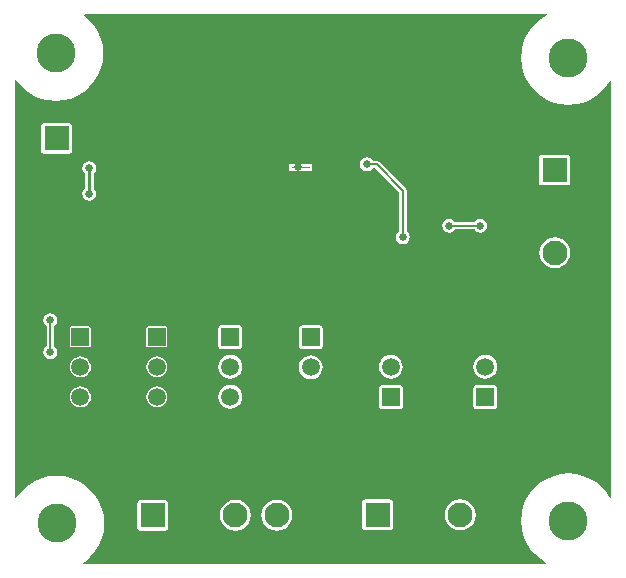
<source format=gbl>
G04 Layer_Physical_Order=2*
G04 Layer_Color=16711680*
%FSLAX44Y44*%
%MOMM*%
G71*
G01*
G75*
%ADD19C,0.2540*%
%ADD20C,0.1270*%
%ADD21C,3.3000*%
%ADD22C,2.1000*%
%ADD23R,2.1000X2.1000*%
%ADD24R,2.1000X2.1000*%
%ADD25R,1.5000X1.5000*%
%ADD26C,1.5000*%
%ADD27C,0.6604*%
%ADD28C,0.0254*%
G36*
X662114Y1146254D02*
X661664Y1146068D01*
X656285Y1142772D01*
X651488Y1138674D01*
X647390Y1133877D01*
X644094Y1128498D01*
X641680Y1122670D01*
X640207Y1116535D01*
X639712Y1110246D01*
X640207Y1103957D01*
X641680Y1097822D01*
X644094Y1091994D01*
X647390Y1086615D01*
X651488Y1081817D01*
X656285Y1077720D01*
X661664Y1074424D01*
X667492Y1072010D01*
X673627Y1070537D01*
X679916Y1070042D01*
X686205Y1070537D01*
X692340Y1072010D01*
X698168Y1074424D01*
X703547Y1077720D01*
X708344Y1081817D01*
X712442Y1086615D01*
X714980Y1090757D01*
X716250Y1090399D01*
Y737843D01*
X714980Y737485D01*
X712442Y741627D01*
X708344Y746424D01*
X703547Y750522D01*
X698168Y753818D01*
X692340Y756232D01*
X686205Y757705D01*
X679916Y758200D01*
X673627Y757705D01*
X667492Y756232D01*
X661664Y753818D01*
X656285Y750522D01*
X651488Y746424D01*
X647390Y741627D01*
X644094Y736248D01*
X641680Y730420D01*
X640207Y724285D01*
X639712Y717996D01*
X640207Y711707D01*
X641680Y705572D01*
X644094Y699744D01*
X647390Y694365D01*
X651488Y689568D01*
X656285Y685470D01*
X661099Y682520D01*
X660741Y681250D01*
X269013D01*
X268669Y682472D01*
X270297Y683470D01*
X275095Y687568D01*
X279192Y692365D01*
X282488Y697744D01*
X284902Y703572D01*
X286375Y709707D01*
X286870Y715996D01*
X286375Y722285D01*
X284902Y728420D01*
X282488Y734248D01*
X279192Y739627D01*
X275095Y744425D01*
X270297Y748522D01*
X264918Y751818D01*
X259090Y754232D01*
X252955Y755705D01*
X246666Y756200D01*
X240377Y755705D01*
X234242Y754232D01*
X228414Y751818D01*
X223035Y748522D01*
X218237Y744425D01*
X214140Y739627D01*
X212472Y736905D01*
X211250Y737250D01*
Y1091268D01*
X212472Y1091613D01*
X213390Y1090115D01*
X217488Y1085318D01*
X222285Y1081220D01*
X227664Y1077924D01*
X233492Y1075510D01*
X239627Y1074037D01*
X245916Y1073542D01*
X252205Y1074037D01*
X258340Y1075510D01*
X264168Y1077924D01*
X269547Y1081220D01*
X274345Y1085318D01*
X278442Y1090115D01*
X281738Y1095494D01*
X284152Y1101322D01*
X285625Y1107457D01*
X286120Y1113746D01*
X285625Y1120035D01*
X284152Y1126170D01*
X281738Y1131998D01*
X278442Y1137377D01*
X274345Y1142175D01*
X269596Y1146230D01*
X269593Y1146350D01*
X270166Y1147500D01*
X661866D01*
X662114Y1146254D01*
D02*
G37*
%LPC*%
G36*
X331470Y831806D02*
X329181Y831504D01*
X327047Y830621D01*
X325215Y829215D01*
X323809Y827383D01*
X322926Y825249D01*
X322624Y822960D01*
X322926Y820671D01*
X323809Y818537D01*
X325215Y816705D01*
X327047Y815299D01*
X329181Y814416D01*
X331470Y814114D01*
X333759Y814416D01*
X335893Y815299D01*
X337725Y816705D01*
X339131Y818537D01*
X340014Y820671D01*
X340316Y822960D01*
X340014Y825249D01*
X339131Y827383D01*
X337725Y829215D01*
X335893Y830621D01*
X333759Y831504D01*
X331470Y831806D01*
D02*
G37*
G36*
X266700D02*
X264411Y831504D01*
X262277Y830621D01*
X260445Y829215D01*
X259039Y827383D01*
X258156Y825249D01*
X257854Y822960D01*
X258156Y820671D01*
X259039Y818537D01*
X260445Y816705D01*
X262277Y815299D01*
X264411Y814416D01*
X266700Y814114D01*
X268989Y814416D01*
X271123Y815299D01*
X272955Y816705D01*
X274361Y818537D01*
X275244Y820671D01*
X275546Y822960D01*
X275244Y825249D01*
X274361Y827383D01*
X272955Y829215D01*
X271123Y830621D01*
X268989Y831504D01*
X266700Y831806D01*
D02*
G37*
G36*
X617100Y833050D02*
X602100D01*
X601109Y832853D01*
X600269Y832291D01*
X599707Y831451D01*
X599510Y830460D01*
Y815460D01*
X599707Y814469D01*
X600269Y813629D01*
X601109Y813067D01*
X602100Y812870D01*
X617100D01*
X618091Y813067D01*
X618931Y813629D01*
X619493Y814469D01*
X619690Y815460D01*
Y830460D01*
X619493Y831451D01*
X618931Y832291D01*
X618091Y832853D01*
X617100Y833050D01*
D02*
G37*
G36*
X461750Y858127D02*
X459129Y857782D01*
X456687Y856770D01*
X454589Y855161D01*
X452980Y853063D01*
X451968Y850621D01*
X451623Y848000D01*
X451968Y845379D01*
X452980Y842937D01*
X454589Y840839D01*
X456687Y839230D01*
X459129Y838218D01*
X461750Y837873D01*
X464371Y838218D01*
X466813Y839230D01*
X468911Y840839D01*
X470520Y842937D01*
X471532Y845379D01*
X471877Y848000D01*
X471532Y850621D01*
X470520Y853063D01*
X468911Y855161D01*
X466813Y856770D01*
X464371Y857782D01*
X461750Y858127D01*
D02*
G37*
G36*
X609600Y858487D02*
X606979Y858142D01*
X604537Y857130D01*
X602439Y855521D01*
X600830Y853423D01*
X599818Y850981D01*
X599473Y848360D01*
X599818Y845739D01*
X600830Y843297D01*
X602439Y841199D01*
X604537Y839590D01*
X606979Y838578D01*
X609600Y838233D01*
X612221Y838578D01*
X614663Y839590D01*
X616761Y841199D01*
X618370Y843297D01*
X619382Y845739D01*
X619727Y848360D01*
X619382Y850981D01*
X618370Y853423D01*
X616761Y855521D01*
X614663Y857130D01*
X612221Y858142D01*
X609600Y858487D01*
D02*
G37*
G36*
X529590D02*
X526969Y858142D01*
X524527Y857130D01*
X522429Y855521D01*
X520820Y853423D01*
X519808Y850981D01*
X519463Y848360D01*
X519808Y845739D01*
X520820Y843297D01*
X522429Y841199D01*
X524527Y839590D01*
X526969Y838578D01*
X529590Y838233D01*
X532211Y838578D01*
X534653Y839590D01*
X536751Y841199D01*
X538360Y843297D01*
X539372Y845739D01*
X539717Y848360D01*
X539372Y850981D01*
X538360Y853423D01*
X536751Y855521D01*
X534653Y857130D01*
X532211Y858142D01*
X529590Y858487D01*
D02*
G37*
G36*
X393700D02*
X391079Y858142D01*
X388637Y857130D01*
X386539Y855521D01*
X384930Y853423D01*
X383918Y850981D01*
X383573Y848360D01*
X383918Y845739D01*
X384930Y843297D01*
X386539Y841199D01*
X388637Y839590D01*
X391079Y838578D01*
X393700Y838233D01*
X396321Y838578D01*
X398763Y839590D01*
X400861Y841199D01*
X402470Y843297D01*
X403482Y845739D01*
X403827Y848360D01*
X403482Y850981D01*
X402470Y853423D01*
X400861Y855521D01*
X398763Y857130D01*
X396321Y858142D01*
X393700Y858487D01*
D02*
G37*
G36*
X338500Y735840D02*
X317500D01*
X316509Y735643D01*
X315669Y735081D01*
X315107Y734241D01*
X314910Y733250D01*
Y712250D01*
X315107Y711259D01*
X315669Y710419D01*
X316509Y709857D01*
X317500Y709660D01*
X338500D01*
X339491Y709857D01*
X340331Y710419D01*
X340893Y711259D01*
X341090Y712250D01*
Y733250D01*
X340893Y734241D01*
X340331Y735081D01*
X339491Y735643D01*
X338500Y735840D01*
D02*
G37*
G36*
X433000Y735902D02*
X429596Y735454D01*
X426424Y734140D01*
X423700Y732050D01*
X421610Y729326D01*
X420296Y726154D01*
X419847Y722750D01*
X420296Y719346D01*
X421610Y716174D01*
X423700Y713450D01*
X426424Y711360D01*
X429596Y710046D01*
X433000Y709597D01*
X436404Y710046D01*
X439576Y711360D01*
X442300Y713450D01*
X444390Y716174D01*
X445704Y719346D01*
X446152Y722750D01*
X445704Y726154D01*
X444390Y729326D01*
X442300Y732050D01*
X439576Y734140D01*
X436404Y735454D01*
X433000Y735902D01*
D02*
G37*
G36*
X398000D02*
X394596Y735454D01*
X391424Y734140D01*
X388700Y732050D01*
X386610Y729326D01*
X385296Y726154D01*
X384847Y722750D01*
X385296Y719346D01*
X386610Y716174D01*
X388700Y713450D01*
X391424Y711360D01*
X394596Y710046D01*
X398000Y709597D01*
X401404Y710046D01*
X404576Y711360D01*
X407300Y713450D01*
X409390Y716174D01*
X410704Y719346D01*
X411152Y722750D01*
X410704Y726154D01*
X409390Y729326D01*
X407300Y732050D01*
X404576Y734140D01*
X401404Y735454D01*
X398000Y735902D01*
D02*
G37*
G36*
X588252Y736155D02*
X584847Y735706D01*
X581675Y734392D01*
X578951Y732302D01*
X576861Y729578D01*
X575547Y726406D01*
X575099Y723002D01*
X575547Y719598D01*
X576861Y716426D01*
X578951Y713702D01*
X581675Y711612D01*
X584847Y710298D01*
X588252Y709849D01*
X591656Y710298D01*
X594828Y711612D01*
X597552Y713702D01*
X599642Y716426D01*
X600956Y719598D01*
X601404Y723002D01*
X600956Y726406D01*
X599642Y729578D01*
X597552Y732302D01*
X594828Y734392D01*
X591656Y735706D01*
X588252Y736155D01*
D02*
G37*
G36*
X537090Y833050D02*
X522090D01*
X521099Y832853D01*
X520259Y832291D01*
X519697Y831451D01*
X519500Y830460D01*
Y815460D01*
X519697Y814469D01*
X520259Y813629D01*
X521099Y813067D01*
X522090Y812870D01*
X537090D01*
X538081Y813067D01*
X538921Y813629D01*
X539483Y814469D01*
X539680Y815460D01*
Y830460D01*
X539483Y831451D01*
X538921Y832291D01*
X538081Y832853D01*
X537090Y833050D01*
D02*
G37*
G36*
X393700Y833087D02*
X391079Y832742D01*
X388637Y831730D01*
X386539Y830121D01*
X384930Y828023D01*
X383918Y825581D01*
X383573Y822960D01*
X383918Y820339D01*
X384930Y817897D01*
X386539Y815799D01*
X388637Y814190D01*
X391079Y813178D01*
X393700Y812833D01*
X396321Y813178D01*
X398763Y814190D01*
X400861Y815799D01*
X402470Y817897D01*
X403482Y820339D01*
X403827Y822960D01*
X403482Y825581D01*
X402470Y828023D01*
X400861Y830121D01*
X398763Y831730D01*
X396321Y832742D01*
X393700Y833087D01*
D02*
G37*
G36*
X528752Y736092D02*
X507752D01*
X506761Y735895D01*
X505920Y735333D01*
X505359Y734493D01*
X505162Y733502D01*
Y712502D01*
X505359Y711511D01*
X505920Y710671D01*
X506761Y710109D01*
X507752Y709912D01*
X528752D01*
X529743Y710109D01*
X530583Y710671D01*
X531144Y711511D01*
X531341Y712502D01*
Y733502D01*
X531144Y734493D01*
X530583Y735333D01*
X529743Y735895D01*
X528752Y736092D01*
D02*
G37*
G36*
X605250Y973956D02*
X602971Y973503D01*
X601038Y972212D01*
X600387Y971237D01*
X583863D01*
X583212Y972212D01*
X581279Y973503D01*
X579000Y973956D01*
X576721Y973503D01*
X574788Y972212D01*
X573497Y970279D01*
X573044Y968000D01*
X573497Y965721D01*
X574788Y963788D01*
X576721Y962497D01*
X579000Y962044D01*
X581279Y962497D01*
X583212Y963788D01*
X583863Y964763D01*
X600387D01*
X601038Y963788D01*
X602971Y962497D01*
X605250Y962044D01*
X607529Y962497D01*
X609462Y963788D01*
X610753Y965721D01*
X611206Y968000D01*
X610753Y970279D01*
X609462Y972212D01*
X607529Y973503D01*
X605250Y973956D01*
D02*
G37*
G36*
X509230Y1025726D02*
X506951Y1025273D01*
X505018Y1023982D01*
X503727Y1022049D01*
X503274Y1019770D01*
X503727Y1017490D01*
X505018Y1015558D01*
X506951Y1014267D01*
X509230Y1013813D01*
X511510Y1014267D01*
X513442Y1015558D01*
X514093Y1016533D01*
X516139D01*
X536513Y996159D01*
Y963113D01*
X535538Y962462D01*
X534247Y960529D01*
X533793Y958250D01*
X534247Y955971D01*
X535538Y954038D01*
X537471Y952747D01*
X539750Y952293D01*
X542029Y952747D01*
X543962Y954038D01*
X545253Y955971D01*
X545706Y958250D01*
X545253Y960529D01*
X543962Y962462D01*
X542987Y963113D01*
Y997500D01*
X542741Y998739D01*
X542039Y999789D01*
X519769Y1022059D01*
X518719Y1022761D01*
X517480Y1023007D01*
X514093D01*
X513442Y1023982D01*
X511510Y1025273D01*
X509230Y1025726D01*
D02*
G37*
G36*
X668250Y958152D02*
X664846Y957704D01*
X661674Y956390D01*
X658950Y954300D01*
X656860Y951576D01*
X655546Y948404D01*
X655098Y945000D01*
X655546Y941596D01*
X656860Y938424D01*
X658950Y935700D01*
X661674Y933610D01*
X664846Y932296D01*
X668250Y931848D01*
X671654Y932296D01*
X674826Y933610D01*
X677550Y935700D01*
X679640Y938424D01*
X680954Y941596D01*
X681403Y945000D01*
X680954Y948404D01*
X679640Y951576D01*
X677550Y954300D01*
X674826Y956390D01*
X671654Y957704D01*
X668250Y958152D01*
D02*
G37*
G36*
X274250Y1022457D02*
X271971Y1022003D01*
X270038Y1020712D01*
X268747Y1018780D01*
X268293Y1016500D01*
X268747Y1014221D01*
X270038Y1012288D01*
X270365Y1012070D01*
Y999430D01*
X270038Y999212D01*
X268747Y997280D01*
X268293Y995000D01*
X268747Y992721D01*
X270038Y990788D01*
X271971Y989497D01*
X274250Y989044D01*
X276529Y989497D01*
X278462Y990788D01*
X279753Y992721D01*
X280206Y995000D01*
X279753Y997280D01*
X278462Y999212D01*
X278135Y999430D01*
Y1012070D01*
X278462Y1012288D01*
X279753Y1014221D01*
X280206Y1016500D01*
X279753Y1018780D01*
X278462Y1020712D01*
X276529Y1022003D01*
X274250Y1022457D01*
D02*
G37*
G36*
X257000Y1055090D02*
X236000D01*
X235009Y1054893D01*
X234169Y1054331D01*
X233607Y1053491D01*
X233410Y1052500D01*
Y1031500D01*
X233607Y1030509D01*
X234169Y1029669D01*
X235009Y1029107D01*
X236000Y1028910D01*
X257000D01*
X257991Y1029107D01*
X258831Y1029669D01*
X259393Y1030509D01*
X259590Y1031500D01*
Y1052500D01*
X259393Y1053491D01*
X258831Y1054331D01*
X257991Y1054893D01*
X257000Y1055090D01*
D02*
G37*
G36*
X462911Y1020318D02*
X442976D01*
Y1014391D01*
X462911D01*
Y1020318D01*
D02*
G37*
G36*
X678750Y1028090D02*
X657750D01*
X656759Y1027893D01*
X655919Y1027331D01*
X655357Y1026491D01*
X655160Y1025500D01*
Y1004500D01*
X655357Y1003509D01*
X655919Y1002669D01*
X656759Y1002107D01*
X657750Y1001910D01*
X678750D01*
X679741Y1002107D01*
X680581Y1002669D01*
X681143Y1003509D01*
X681340Y1004500D01*
Y1025500D01*
X681143Y1026491D01*
X680581Y1027331D01*
X679741Y1027893D01*
X678750Y1028090D01*
D02*
G37*
G36*
X241250Y893706D02*
X238971Y893253D01*
X237038Y891962D01*
X235747Y890029D01*
X235294Y887750D01*
X235747Y885471D01*
X237038Y883538D01*
X238013Y882887D01*
Y865613D01*
X237038Y864962D01*
X235747Y863029D01*
X235294Y860750D01*
X235747Y858471D01*
X237038Y856538D01*
X238971Y855247D01*
X241250Y854793D01*
X243529Y855247D01*
X245462Y856538D01*
X246753Y858471D01*
X247206Y860750D01*
X246753Y863029D01*
X245462Y864962D01*
X244487Y865613D01*
Y882887D01*
X245462Y883538D01*
X246753Y885471D01*
X247206Y887750D01*
X246753Y890029D01*
X245462Y891962D01*
X243529Y893253D01*
X241250Y893706D01*
D02*
G37*
G36*
X331470Y857206D02*
X329181Y856904D01*
X327047Y856021D01*
X325215Y854615D01*
X323809Y852783D01*
X322926Y850649D01*
X322624Y848360D01*
X322926Y846071D01*
X323809Y843937D01*
X325215Y842105D01*
X327047Y840699D01*
X329181Y839816D01*
X331470Y839514D01*
X333759Y839816D01*
X335893Y840699D01*
X337725Y842105D01*
X339131Y843937D01*
X340014Y846071D01*
X340316Y848360D01*
X340014Y850649D01*
X339131Y852783D01*
X337725Y854615D01*
X335893Y856021D01*
X333759Y856904D01*
X331470Y857206D01*
D02*
G37*
G36*
X266700D02*
X264411Y856904D01*
X262277Y856021D01*
X260445Y854615D01*
X259039Y852783D01*
X258156Y850649D01*
X257854Y848360D01*
X258156Y846071D01*
X259039Y843937D01*
X260445Y842105D01*
X262277Y840699D01*
X264411Y839816D01*
X266700Y839514D01*
X268989Y839816D01*
X271123Y840699D01*
X272955Y842105D01*
X274361Y843937D01*
X275244Y846071D01*
X275546Y848360D01*
X275244Y850649D01*
X274361Y852783D01*
X272955Y854615D01*
X271123Y856021D01*
X268989Y856904D01*
X266700Y857206D01*
D02*
G37*
G36*
X469250Y883490D02*
X454250D01*
X453259Y883293D01*
X452419Y882731D01*
X451857Y881891D01*
X451660Y880900D01*
Y865900D01*
X451857Y864909D01*
X452419Y864069D01*
X453259Y863507D01*
X454250Y863310D01*
X469250D01*
X470241Y863507D01*
X471081Y864069D01*
X471643Y864909D01*
X471840Y865900D01*
Y880900D01*
X471643Y881891D01*
X471081Y882731D01*
X470241Y883293D01*
X469250Y883490D01*
D02*
G37*
G36*
X338970Y882635D02*
X323970D01*
X322998Y882232D01*
X322595Y881260D01*
Y866260D01*
X322998Y865288D01*
X323970Y864885D01*
X338970D01*
X339942Y865288D01*
X340345Y866260D01*
Y881260D01*
X339942Y882232D01*
X338970Y882635D01*
D02*
G37*
G36*
X274200D02*
X259200D01*
X258228Y882232D01*
X257825Y881260D01*
Y866260D01*
X258228Y865288D01*
X259200Y864885D01*
X274200D01*
X275172Y865288D01*
X275575Y866260D01*
Y881260D01*
X275172Y882232D01*
X274200Y882635D01*
D02*
G37*
G36*
X401200Y883850D02*
X386200D01*
X385209Y883653D01*
X384369Y883091D01*
X383807Y882251D01*
X383610Y881260D01*
Y866260D01*
X383807Y865269D01*
X384369Y864429D01*
X385209Y863867D01*
X386200Y863670D01*
X401200D01*
X402191Y863867D01*
X403031Y864429D01*
X403593Y865269D01*
X403790Y866260D01*
Y881260D01*
X403593Y882251D01*
X403031Y883091D01*
X402191Y883653D01*
X401200Y883850D01*
D02*
G37*
%LPD*%
G54D19*
X274250Y995000D02*
Y1016500D01*
G54D20*
X509230Y1019770D02*
X517480D01*
X241250Y860750D02*
Y887750D01*
X579000Y968000D02*
X605250D01*
X517480Y1019770D02*
X539750Y997500D01*
Y958250D02*
Y997500D01*
G54D21*
X245916Y1113746D02*
D03*
X679916Y1110246D02*
D03*
X246666Y715996D02*
D03*
X679916Y717996D02*
D03*
G54D22*
X668250Y910000D02*
D03*
Y945000D02*
D03*
Y980000D02*
D03*
X246500Y1007000D02*
D03*
X433000Y722750D02*
D03*
X398000D02*
D03*
X363000D02*
D03*
X553252Y723002D02*
D03*
X588252D02*
D03*
G54D23*
X668250Y1015000D02*
D03*
X246500Y1042000D02*
D03*
G54D24*
X328000Y722750D02*
D03*
X518252Y723002D02*
D03*
G54D25*
X609600Y822960D02*
D03*
X529590D02*
D03*
X461750Y873400D02*
D03*
X393700Y873760D02*
D03*
X331470D02*
D03*
X266700D02*
D03*
G54D26*
X609600Y848360D02*
D03*
Y873760D02*
D03*
X529590Y848360D02*
D03*
Y873760D02*
D03*
X461750Y848000D02*
D03*
Y822600D02*
D03*
X393700Y848360D02*
D03*
Y822960D02*
D03*
X331470Y848360D02*
D03*
Y822960D02*
D03*
X266700Y848360D02*
D03*
Y822960D02*
D03*
G54D27*
X509230Y1019770D02*
D03*
X241250Y887750D02*
D03*
Y860750D02*
D03*
X579000Y968000D02*
D03*
X605250D02*
D03*
X274250Y995000D02*
D03*
Y1016500D02*
D03*
X440000Y1027750D02*
D03*
X450500Y1027500D02*
D03*
X439750Y1018000D02*
D03*
X451000Y1017750D02*
D03*
X439750Y1008000D02*
D03*
X451250Y1007500D02*
D03*
X370840Y1068870D02*
D03*
X396240D02*
D03*
X345000Y1071250D02*
D03*
X331250Y1071000D02*
D03*
X317500D02*
D03*
X374500Y991750D02*
D03*
X391500D02*
D03*
Y978750D02*
D03*
X374500D02*
D03*
X539750Y958250D02*
D03*
G54D28*
X445939Y1017482D02*
X445897Y1017524D01*
X445812D01*
X445770Y1017482D01*
Y1017312D01*
X445812Y1017270D01*
X445897D01*
X445939Y1017312D01*
X446066Y1017270D02*
X446151D01*
X446193Y1017312D01*
Y1017397D01*
X446151Y1017439D01*
X446066D01*
X446024Y1017397D01*
Y1017312D01*
X446066Y1017270D01*
X446278Y1017185D02*
Y1017439D01*
X446405D01*
X446447Y1017397D01*
Y1017312D01*
X446405Y1017270D01*
X446278D01*
X446532Y1017439D02*
Y1017312D01*
X446574Y1017270D01*
X446701D01*
Y1017228D01*
X446659Y1017185D01*
X446616D01*
X446701Y1017270D02*
Y1017439D01*
X446786D02*
Y1017270D01*
Y1017355D01*
X446828Y1017397D01*
X446870Y1017439D01*
X446913D01*
X447040Y1017270D02*
X447124D01*
X447082D01*
Y1017439D01*
X447040D01*
X447336Y1017185D02*
X447378D01*
X447421Y1017228D01*
Y1017439D01*
X447294D01*
X447251Y1017397D01*
Y1017312D01*
X447294Y1017270D01*
X447421D01*
X447505Y1017524D02*
Y1017270D01*
Y1017397D01*
X447547Y1017439D01*
X447632D01*
X447674Y1017397D01*
Y1017270D01*
X447801Y1017482D02*
Y1017439D01*
X447759D01*
X447844D01*
X447801D01*
Y1017312D01*
X447844Y1017270D01*
X448309D02*
X448225Y1017355D01*
Y1017439D01*
X448309Y1017524D01*
X448605Y1017482D02*
X448563Y1017524D01*
X448479D01*
X448436Y1017482D01*
Y1017312D01*
X448479Y1017270D01*
X448563D01*
X448605Y1017312D01*
X448690Y1017270D02*
X448775Y1017355D01*
Y1017439D01*
X448690Y1017524D01*
X449325Y1017270D02*
X449156D01*
X449325Y1017439D01*
Y1017482D01*
X449283Y1017524D01*
X449198D01*
X449156Y1017482D01*
X449410D02*
X449452Y1017524D01*
X449537D01*
X449579Y1017482D01*
Y1017312D01*
X449537Y1017270D01*
X449452D01*
X449410Y1017312D01*
Y1017482D01*
X449664Y1017270D02*
X449748D01*
X449706D01*
Y1017524D01*
X449664Y1017482D01*
X450044Y1017524D02*
X449875D01*
Y1017397D01*
X449960Y1017439D01*
X450002D01*
X450044Y1017397D01*
Y1017312D01*
X450002Y1017270D01*
X449917D01*
X449875Y1017312D01*
X450383Y1017270D02*
Y1017439D01*
X450468Y1017524D01*
X450552Y1017439D01*
Y1017270D01*
Y1017397D01*
X450383D01*
X450806Y1017439D02*
X450679D01*
X450637Y1017397D01*
Y1017312D01*
X450679Y1017270D01*
X450806D01*
X451060Y1017439D02*
X450933D01*
X450891Y1017397D01*
Y1017312D01*
X450933Y1017270D01*
X451060D01*
X451272D02*
X451187D01*
X451145Y1017312D01*
Y1017397D01*
X451187Y1017439D01*
X451272D01*
X451314Y1017397D01*
Y1017355D01*
X451145D01*
X451399Y1017270D02*
X451483D01*
X451441D01*
Y1017524D01*
X451399D01*
X451737Y1017270D02*
X451653D01*
X451610Y1017312D01*
Y1017397D01*
X451653Y1017439D01*
X451737D01*
X451780Y1017397D01*
Y1017355D01*
X451610D01*
X451864Y1017439D02*
Y1017270D01*
Y1017355D01*
X451907Y1017397D01*
X451949Y1017439D01*
X451991D01*
X452160D02*
X452245D01*
X452287Y1017397D01*
Y1017270D01*
X452160D01*
X452118Y1017312D01*
X452160Y1017355D01*
X452287D01*
X452414Y1017482D02*
Y1017439D01*
X452372D01*
X452457D01*
X452414D01*
Y1017312D01*
X452457Y1017270D01*
X452711D02*
X452626D01*
X452584Y1017312D01*
Y1017397D01*
X452626Y1017439D01*
X452711D01*
X452753Y1017397D01*
Y1017355D01*
X452584D01*
X453007Y1017524D02*
Y1017270D01*
X452880D01*
X452838Y1017312D01*
Y1017397D01*
X452880Y1017439D01*
X453007D01*
X453345Y1017524D02*
Y1017270D01*
X453472D01*
X453515Y1017312D01*
Y1017482D01*
X453472Y1017524D01*
X453345D01*
X453726Y1017270D02*
X453642D01*
X453599Y1017312D01*
Y1017397D01*
X453642Y1017439D01*
X453726D01*
X453769Y1017397D01*
Y1017355D01*
X453599D01*
X453853Y1017270D02*
X453980D01*
X454023Y1017312D01*
X453980Y1017355D01*
X453896D01*
X453853Y1017397D01*
X453896Y1017439D01*
X454023D01*
X454107Y1017270D02*
X454192D01*
X454150D01*
Y1017439D01*
X454107D01*
X454403Y1017185D02*
X454446D01*
X454488Y1017228D01*
Y1017439D01*
X454361D01*
X454319Y1017397D01*
Y1017312D01*
X454361Y1017270D01*
X454488D01*
X454573D02*
Y1017439D01*
X454700D01*
X454742Y1017397D01*
Y1017270D01*
X454827D02*
X454954D01*
X454996Y1017312D01*
X454954Y1017355D01*
X454869D01*
X454827Y1017397D01*
X454869Y1017439D01*
X454996D01*
X455081Y1017270D02*
Y1017312D01*
X455123D01*
Y1017270D01*
X455081D01*
X455546D02*
Y1017439D01*
X455631Y1017524D01*
X455715Y1017439D01*
Y1017270D01*
Y1017397D01*
X455546D01*
X455800Y1017270D02*
X455885D01*
X455842D01*
Y1017524D01*
X455800D01*
X456012Y1017270D02*
X456096D01*
X456054D01*
Y1017524D01*
X456012D01*
X456477Y1017439D02*
Y1017270D01*
Y1017355D01*
X456520Y1017397D01*
X456562Y1017439D01*
X456604D01*
X456731Y1017270D02*
X456816D01*
X456773D01*
Y1017439D01*
X456731D01*
X457027Y1017185D02*
X457070D01*
X457112Y1017228D01*
Y1017439D01*
X456985D01*
X456943Y1017397D01*
Y1017312D01*
X456985Y1017270D01*
X457112D01*
X457197Y1017524D02*
Y1017270D01*
Y1017397D01*
X457239Y1017439D01*
X457324D01*
X457366Y1017397D01*
Y1017270D01*
X457493Y1017482D02*
Y1017439D01*
X457450D01*
X457535D01*
X457493D01*
Y1017312D01*
X457535Y1017270D01*
X457662D02*
X457789D01*
X457831Y1017312D01*
X457789Y1017355D01*
X457705D01*
X457662Y1017397D01*
X457705Y1017439D01*
X457831D01*
X458170D02*
Y1017270D01*
Y1017355D01*
X458212Y1017397D01*
X458255Y1017439D01*
X458297D01*
X458551Y1017270D02*
X458466D01*
X458424Y1017312D01*
Y1017397D01*
X458466Y1017439D01*
X458551D01*
X458593Y1017397D01*
Y1017355D01*
X458424D01*
X458678Y1017270D02*
X458805D01*
X458847Y1017312D01*
X458805Y1017355D01*
X458720D01*
X458678Y1017397D01*
X458720Y1017439D01*
X458847D01*
X459059Y1017270D02*
X458974D01*
X458932Y1017312D01*
Y1017397D01*
X458974Y1017439D01*
X459059D01*
X459101Y1017397D01*
Y1017355D01*
X458932D01*
X459186Y1017439D02*
Y1017270D01*
Y1017355D01*
X459228Y1017397D01*
X459270Y1017439D01*
X459313D01*
X459440D02*
X459524Y1017270D01*
X459609Y1017439D01*
X459821Y1017270D02*
X459736D01*
X459693Y1017312D01*
Y1017397D01*
X459736Y1017439D01*
X459821D01*
X459863Y1017397D01*
Y1017355D01*
X459693D01*
X460117Y1017524D02*
Y1017270D01*
X459990D01*
X459948Y1017312D01*
Y1017397D01*
X459990Y1017439D01*
X460117D01*
M02*

</source>
